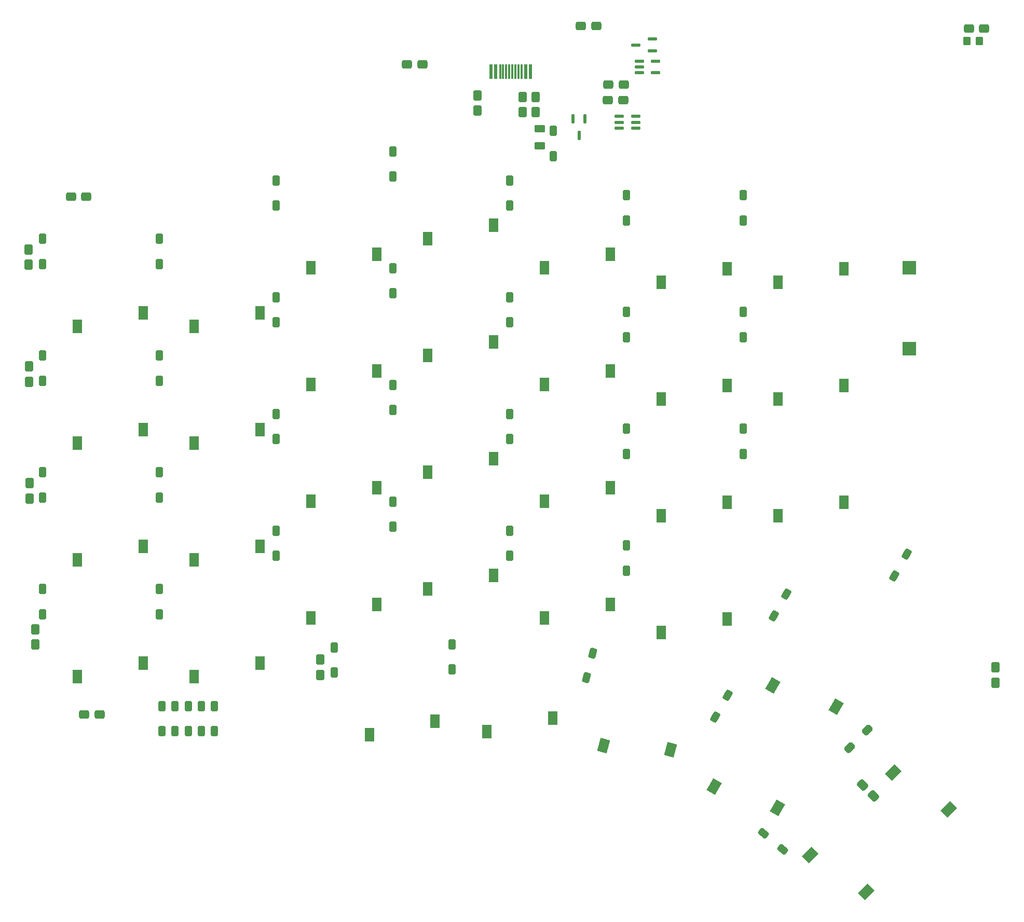
<source format=gbr>
%TF.GenerationSoftware,KiCad,Pcbnew,(5.99.0-11414-g76a6177eb7)*%
%TF.CreationDate,2021-12-13T11:53:38+08:00*%
%TF.ProjectId,Rev2,52657632-2e6b-4696-9361-645f70636258,rev?*%
%TF.SameCoordinates,Original*%
%TF.FileFunction,Paste,Top*%
%TF.FilePolarity,Positive*%
%FSLAX46Y46*%
G04 Gerber Fmt 4.6, Leading zero omitted, Abs format (unit mm)*
G04 Created by KiCad (PCBNEW (5.99.0-11414-g76a6177eb7)) date 2021-12-13 11:53:38*
%MOMM*%
%LPD*%
G01*
G04 APERTURE LIST*
G04 Aperture macros list*
%AMRoundRect*
0 Rectangle with rounded corners*
0 $1 Rounding radius*
0 $2 $3 $4 $5 $6 $7 $8 $9 X,Y pos of 4 corners*
0 Add a 4 corners polygon primitive as box body*
4,1,4,$2,$3,$4,$5,$6,$7,$8,$9,$2,$3,0*
0 Add four circle primitives for the rounded corners*
1,1,$1+$1,$2,$3*
1,1,$1+$1,$4,$5*
1,1,$1+$1,$6,$7*
1,1,$1+$1,$8,$9*
0 Add four rect primitives between the rounded corners*
20,1,$1+$1,$2,$3,$4,$5,0*
20,1,$1+$1,$4,$5,$6,$7,0*
20,1,$1+$1,$6,$7,$8,$9,0*
20,1,$1+$1,$8,$9,$2,$3,0*%
%AMRotRect*
0 Rectangle, with rotation*
0 The origin of the aperture is its center*
0 $1 length*
0 $2 width*
0 $3 Rotation angle, in degrees counterclockwise*
0 Add horizontal line*
21,1,$1,$2,0,0,$3*%
G04 Aperture macros list end*
%ADD10RoundRect,0.350000X0.350000X-0.500500X0.350000X0.500500X-0.350000X0.500500X-0.350000X-0.500500X0*%
%ADD11RoundRect,0.300000X0.300000X-0.550500X0.300000X0.550500X-0.300000X0.550500X-0.300000X-0.550500X0*%
%ADD12R,1.600000X2.200000*%
%ADD13RoundRect,0.350000X-0.350000X0.500500X-0.350000X-0.500500X0.350000X-0.500500X0.350000X0.500500X0*%
%ADD14RoundRect,0.350000X-0.500500X-0.350000X0.500500X-0.350000X0.500500X0.350000X-0.500500X0.350000X0*%
%ADD15RoundRect,0.300000X-0.300000X0.550500X-0.300000X-0.550500X0.300000X-0.550500X0.300000X0.550500X0*%
%ADD16RoundRect,0.350000X0.500500X0.350000X-0.500500X0.350000X-0.500500X-0.350000X0.500500X-0.350000X0*%
%ADD17RotRect,1.600000X2.200000X135.000000*%
%ADD18RoundRect,0.300000X0.147298X-0.609388X0.432258X0.454096X-0.147298X0.609388X-0.432258X-0.454096X0*%
%ADD19RoundRect,0.123750X-0.123750X0.656250X-0.123750X-0.656250X0.123750X-0.656250X0.123750X0.656250X0*%
%ADD20RoundRect,0.123750X-0.656250X-0.123750X0.656250X-0.123750X0.656250X0.123750X-0.656250X0.123750X0*%
%ADD21RoundRect,0.123750X0.656250X0.123750X-0.656250X0.123750X-0.656250X-0.123750X0.656250X-0.123750X0*%
%ADD22RotRect,1.600000X2.200000X150.000000*%
%ADD23RotRect,1.600000X2.200000X165.000000*%
%ADD24RoundRect,0.300000X0.015442X0.626747X-0.535058X-0.326747X-0.015442X-0.626747X0.535058X0.326747X0*%
%ADD25RoundRect,0.350000X0.601394X-0.106420X-0.106420X0.601394X-0.601394X0.106420X0.106420X-0.601394X0*%
%ADD26RoundRect,0.300000X-0.015442X-0.626747X0.535058X0.326747X0.015442X0.626747X-0.535058X-0.326747X0*%
%ADD27R,2.200000X2.200000*%
%ADD28RoundRect,0.300000X0.614544X-0.124041X-0.228871X0.583668X-0.614544X0.124041X0.228871X-0.583668X0*%
%ADD29R,0.570000X2.450000*%
%ADD30R,0.300000X2.450000*%
%ADD31RoundRect,0.300000X-0.177130X-0.601394X0.601394X0.177130X0.177130X0.601394X-0.601394X-0.177130X0*%
%ADD32RoundRect,0.250000X0.350000X0.450000X-0.350000X0.450000X-0.350000X-0.450000X0.350000X-0.450000X0*%
%ADD33RoundRect,0.250000X0.625000X-0.375000X0.625000X0.375000X-0.625000X0.375000X-0.625000X-0.375000X0*%
G04 APERTURE END LIST*
D10*
%TO.C,FB8*%
X224475000Y-139874250D03*
X224475000Y-137372250D03*
%TD*%
D11*
%TO.C,D26*%
X126137500Y-114405500D03*
X126137500Y-110303500D03*
%TD*%
%TO.C,D34*%
X88037500Y-90593000D03*
X88037500Y-86491000D03*
%TD*%
D12*
%TO.C,SW32*%
X74687499Y-81692000D03*
X85387499Y-79492000D03*
%TD*%
%TO.C,SW10*%
X169937500Y-131698250D03*
X180637500Y-129498250D03*
%TD*%
D11*
%TO.C,D20*%
X145187500Y-100118000D03*
X145187500Y-96016000D03*
%TD*%
D13*
%TO.C,C1*%
X66730000Y-69159000D03*
X66730000Y-71661000D03*
%TD*%
D14*
%TO.C,FB2*%
X75789000Y-145030000D03*
X78291000Y-145030000D03*
%TD*%
D11*
%TO.C,D14*%
X164237500Y-83449250D03*
X164237500Y-79347250D03*
%TD*%
D12*
%TO.C,SW18*%
X131837500Y-86454500D03*
X142537500Y-84254500D03*
%TD*%
D15*
%TO.C,D1*%
X97020000Y-143687250D03*
X97020000Y-147789250D03*
%TD*%
D11*
%TO.C,D23*%
X126137500Y-57255500D03*
X126137500Y-53153500D03*
%TD*%
D12*
%TO.C,SW9*%
X169937500Y-112648250D03*
X180637500Y-110448250D03*
%TD*%
D11*
%TO.C,D28*%
X107087500Y-62018000D03*
X107087500Y-57916000D03*
%TD*%
D15*
%TO.C,D4*%
X90620000Y-143687250D03*
X90620000Y-147789250D03*
%TD*%
D12*
%TO.C,SW26*%
X141490000Y-147828250D03*
X152190000Y-145628250D03*
%TD*%
%TO.C,SW12*%
X150887500Y-72167000D03*
X161587500Y-69967000D03*
%TD*%
D16*
%TO.C,FB7*%
X222611000Y-33130000D03*
X220109000Y-33130000D03*
%TD*%
D11*
%TO.C,D40*%
X68987499Y-109642999D03*
X68987499Y-105540999D03*
%TD*%
D17*
%TO.C,SW6*%
X194249524Y-167953926D03*
X203371201Y-173964334D03*
%TD*%
D10*
%TO.C,C5*%
X114275000Y-138599250D03*
X114275000Y-136097250D03*
%TD*%
D11*
%TO.C,D39*%
X68987499Y-90592999D03*
X68987499Y-86490999D03*
%TD*%
D12*
%TO.C,SW22*%
X112787500Y-72167000D03*
X123487500Y-69967000D03*
%TD*%
%TO.C,SW25*%
X112787500Y-129317000D03*
X123487500Y-127117000D03*
%TD*%
%TO.C,SW29*%
X93737500Y-119792000D03*
X104437500Y-117592000D03*
%TD*%
%TO.C,SW20*%
X131837500Y-124554500D03*
X142537500Y-122354500D03*
%TD*%
D18*
%TO.C,D27*%
X157719162Y-139029364D03*
X158780838Y-135067136D03*
%TD*%
D12*
%TO.C,SW24*%
X112787500Y-110267000D03*
X123487500Y-108067000D03*
%TD*%
D15*
%TO.C,D5*%
X88480000Y-143687250D03*
X88480000Y-147789250D03*
%TD*%
D11*
%TO.C,D36*%
X88037500Y-128693000D03*
X88037500Y-124591000D03*
%TD*%
D19*
%TO.C,Q1*%
X157460000Y-47860000D03*
X155560000Y-47860000D03*
X156510000Y-50560000D03*
%TD*%
D14*
%TO.C,FB6*%
X156809000Y-32730000D03*
X159311000Y-32730000D03*
%TD*%
D12*
%TO.C,SW13*%
X150887500Y-91217000D03*
X161587500Y-89017000D03*
%TD*%
D16*
%TO.C,FB5*%
X130941000Y-38920000D03*
X128439000Y-38920000D03*
%TD*%
D20*
%TO.C,U5*%
X166320000Y-38430000D03*
X166320000Y-39380000D03*
X166320000Y-40330000D03*
X169020000Y-40330000D03*
X169020000Y-38430000D03*
%TD*%
D12*
%TO.C,SW3*%
X188987499Y-112648250D03*
X199687499Y-110448250D03*
%TD*%
%TO.C,SW17*%
X131837500Y-67404500D03*
X142537500Y-65204500D03*
%TD*%
D21*
%TO.C,Q2*%
X168450000Y-36730000D03*
X168450000Y-34830000D03*
X165750000Y-35780000D03*
%TD*%
D11*
%TO.C,D33*%
X88037500Y-71543000D03*
X88037500Y-67441000D03*
%TD*%
%TO.C,D13*%
X164237500Y-64399250D03*
X164237500Y-60297250D03*
%TD*%
D22*
%TO.C,SW11*%
X188079503Y-140334267D03*
X198445975Y-143779011D03*
%TD*%
D23*
%TO.C,SW21*%
X160515723Y-150151316D03*
X171420532Y-150795643D03*
%TD*%
D24*
%TO.C,D9*%
X209975500Y-118847032D03*
X207924500Y-122399468D03*
%TD*%
D13*
%TO.C,C4*%
X67790000Y-131139000D03*
X67790000Y-133641000D03*
%TD*%
D25*
%TO.C,FB9*%
X204554591Y-158354591D03*
X202785409Y-156585409D03*
%TD*%
D10*
%TO.C,FB1*%
X139930000Y-46531000D03*
X139930000Y-44029000D03*
%TD*%
D12*
%TO.C,SW14*%
X150887500Y-110267000D03*
X161587500Y-108067000D03*
%TD*%
%TO.C,SW35*%
X74687499Y-138842000D03*
X85387499Y-136642000D03*
%TD*%
%TO.C,SW8*%
X169937500Y-93598250D03*
X180637500Y-91398250D03*
%TD*%
D26*
%TO.C,D22*%
X178704500Y-145424468D03*
X180755500Y-141872032D03*
%TD*%
D14*
%TO.C,FB4*%
X73629000Y-60560000D03*
X76131000Y-60560000D03*
%TD*%
D12*
%TO.C,SW28*%
X93737500Y-100742000D03*
X104437500Y-98542000D03*
%TD*%
D11*
%TO.C,D29*%
X107087500Y-81068000D03*
X107087500Y-76966000D03*
%TD*%
D10*
%TO.C,R7*%
X149430000Y-46771000D03*
X149430000Y-44269000D03*
%TD*%
D17*
%TO.C,SW4*%
X207719908Y-154483543D03*
X216841585Y-160493951D03*
%TD*%
D12*
%TO.C,SW23*%
X112787500Y-91217000D03*
X123487500Y-89017000D03*
%TD*%
%TO.C,SW34*%
X74687499Y-119791999D03*
X85387499Y-117591999D03*
%TD*%
D13*
%TO.C,R6*%
X147270000Y-44269000D03*
X147270000Y-46771000D03*
%TD*%
D14*
%TO.C,R9*%
X161279000Y-42230000D03*
X163781000Y-42230000D03*
%TD*%
D26*
%TO.C,D17*%
X188249500Y-128924468D03*
X190300500Y-125372032D03*
%TD*%
D27*
%TO.C,BZ1*%
X210400000Y-72130000D03*
X210400000Y-85330000D03*
%TD*%
D11*
%TO.C,D30*%
X107087500Y-100118000D03*
X107087500Y-96016000D03*
%TD*%
%TO.C,D38*%
X68987499Y-71543000D03*
X68987499Y-67441000D03*
%TD*%
%TO.C,D31*%
X107087500Y-119168000D03*
X107087500Y-115066000D03*
%TD*%
%TO.C,D15*%
X164237500Y-102499250D03*
X164237500Y-98397250D03*
%TD*%
%TO.C,D8*%
X183287499Y-102499250D03*
X183287499Y-98397250D03*
%TD*%
D12*
%TO.C,SW15*%
X150887500Y-129317000D03*
X161587500Y-127117000D03*
%TD*%
D11*
%TO.C,D7*%
X183287499Y-83449250D03*
X183287499Y-79347250D03*
%TD*%
D12*
%TO.C,SW2*%
X188987499Y-93598250D03*
X199687499Y-91398250D03*
%TD*%
D21*
%TO.C,U4*%
X165780000Y-49350000D03*
X165780000Y-48400000D03*
X165780000Y-47450000D03*
X163080000Y-47450000D03*
X163080000Y-48400000D03*
X163080000Y-49350000D03*
%TD*%
D12*
%TO.C,SW31*%
X122312500Y-148367000D03*
X133012500Y-146167000D03*
%TD*%
D28*
%TO.C,D11*%
X189696157Y-167066607D03*
X186553843Y-164429893D03*
%TD*%
D12*
%TO.C,SW19*%
X131837500Y-105504500D03*
X142537500Y-103304500D03*
%TD*%
D14*
%TO.C,R10*%
X161229000Y-44790000D03*
X163731000Y-44790000D03*
%TD*%
D29*
%TO.C,USB1*%
X148605000Y-40155000D03*
X147830000Y-40155000D03*
D30*
X146630000Y-40155000D03*
X145630000Y-40155000D03*
X145130000Y-40155000D03*
D29*
X142155000Y-40155000D03*
X142930000Y-40155000D03*
D30*
X143630000Y-40155000D03*
X144630000Y-40155000D03*
X146130000Y-40155000D03*
X144130000Y-40155000D03*
X147130000Y-40155000D03*
%TD*%
D12*
%TO.C,SW30*%
X93737500Y-138842000D03*
X104437500Y-136642000D03*
%TD*%
D31*
%TO.C,D10*%
X200649724Y-150473526D03*
X203550276Y-147572974D03*
%TD*%
D11*
%TO.C,D35*%
X88037500Y-109643000D03*
X88037500Y-105541000D03*
%TD*%
D15*
%TO.C,D2*%
X94880000Y-143687250D03*
X94880000Y-147789250D03*
%TD*%
D11*
%TO.C,D32*%
X135790000Y-137679250D03*
X135790000Y-133577250D03*
%TD*%
D12*
%TO.C,SW1*%
X188987499Y-74548250D03*
X199687499Y-72348250D03*
%TD*%
D22*
%TO.C,SW16*%
X178554503Y-156832050D03*
X188920975Y-160276794D03*
%TD*%
D13*
%TO.C,C2*%
X66830000Y-88249000D03*
X66830000Y-90751000D03*
%TD*%
D11*
%TO.C,D24*%
X126137500Y-76305500D03*
X126137500Y-72203500D03*
%TD*%
%TO.C,D37*%
X116612500Y-138218000D03*
X116612500Y-134116000D03*
%TD*%
D12*
%TO.C,SW33*%
X74687499Y-100741999D03*
X85387499Y-98541999D03*
%TD*%
D32*
%TO.C,R3*%
X221800000Y-35170000D03*
X219800000Y-35170000D03*
%TD*%
D12*
%TO.C,SW7*%
X169937500Y-74548250D03*
X180637500Y-72348250D03*
%TD*%
%TO.C,SW27*%
X93737500Y-81692000D03*
X104437500Y-79492000D03*
%TD*%
D11*
%TO.C,D12*%
X152340000Y-53921000D03*
X152340000Y-49819000D03*
%TD*%
%TO.C,D41*%
X68987499Y-128693000D03*
X68987499Y-124591000D03*
%TD*%
%TO.C,D18*%
X145187500Y-62018000D03*
X145187500Y-57916000D03*
%TD*%
%TO.C,D19*%
X145187500Y-81068000D03*
X145187500Y-76966000D03*
%TD*%
D15*
%TO.C,D3*%
X92760000Y-143687250D03*
X92760000Y-147789250D03*
%TD*%
D11*
%TO.C,D21*%
X145187500Y-119168000D03*
X145187500Y-115066000D03*
%TD*%
%TO.C,D6*%
X183287499Y-64399250D03*
X183287499Y-60297250D03*
%TD*%
D13*
%TO.C,C3*%
X66840000Y-107279000D03*
X66840000Y-109781000D03*
%TD*%
D11*
%TO.C,D16*%
X164237500Y-121549250D03*
X164237500Y-117447250D03*
%TD*%
%TO.C,D25*%
X126137500Y-95355500D03*
X126137500Y-91253500D03*
%TD*%
D33*
%TO.C,F1*%
X150110000Y-52270000D03*
X150110000Y-49470000D03*
%TD*%
M02*

</source>
